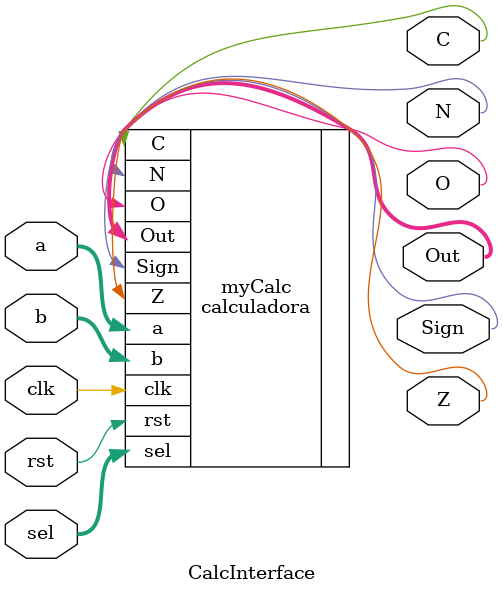
<source format=sv>
module CalcInterface(input [3:0] a,b,sel, input clk,rst, output Z,C,N,O,Sign, output [6:0] Out);
	calculadora #(.M(4)) myCalc (.a(a), .b(b), .sel(sel), .clk(clk), .rst(rst), .Z(Z),.C(C),.N(N),.O(O),.Sign(Sign),.Out(Out));

endmodule 
</source>
